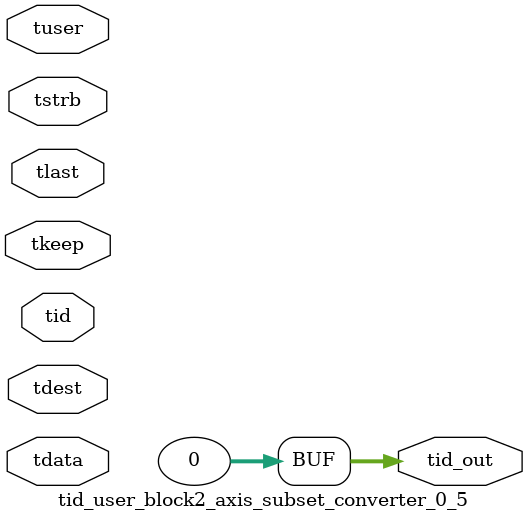
<source format=v>


`timescale 1ps/1ps

module tid_user_block2_axis_subset_converter_0_5 #
(
parameter C_S_AXIS_TID_WIDTH   = 1,
parameter C_S_AXIS_TUSER_WIDTH = 0,
parameter C_S_AXIS_TDATA_WIDTH = 0,
parameter C_S_AXIS_TDEST_WIDTH = 0,
parameter C_M_AXIS_TID_WIDTH   = 32
)
(
input  [(C_S_AXIS_TID_WIDTH   == 0 ? 1 : C_S_AXIS_TID_WIDTH)-1:0       ] tid,
input  [(C_S_AXIS_TDATA_WIDTH == 0 ? 1 : C_S_AXIS_TDATA_WIDTH)-1:0     ] tdata,
input  [(C_S_AXIS_TUSER_WIDTH == 0 ? 1 : C_S_AXIS_TUSER_WIDTH)-1:0     ] tuser,
input  [(C_S_AXIS_TDEST_WIDTH == 0 ? 1 : C_S_AXIS_TDEST_WIDTH)-1:0     ] tdest,
input  [(C_S_AXIS_TDATA_WIDTH/8)-1:0 ] tkeep,
input  [(C_S_AXIS_TDATA_WIDTH/8)-1:0 ] tstrb,
input                                                                    tlast,
output [(C_M_AXIS_TID_WIDTH   == 0 ? 1 : C_M_AXIS_TID_WIDTH)-1:0       ] tid_out
);

assign tid_out = {1'b0};

endmodule


</source>
